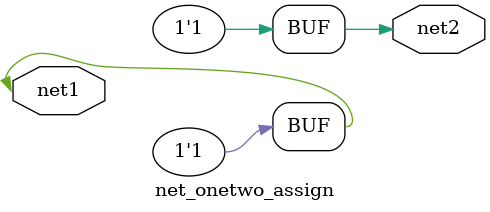
<source format=v>
`timescale 1ns / 1ps


module net_onetwo_assign(input net1,output net2);
wire net1,net2;
assign net1=1'b1;
assign net2=net1;
endmodule

</source>
